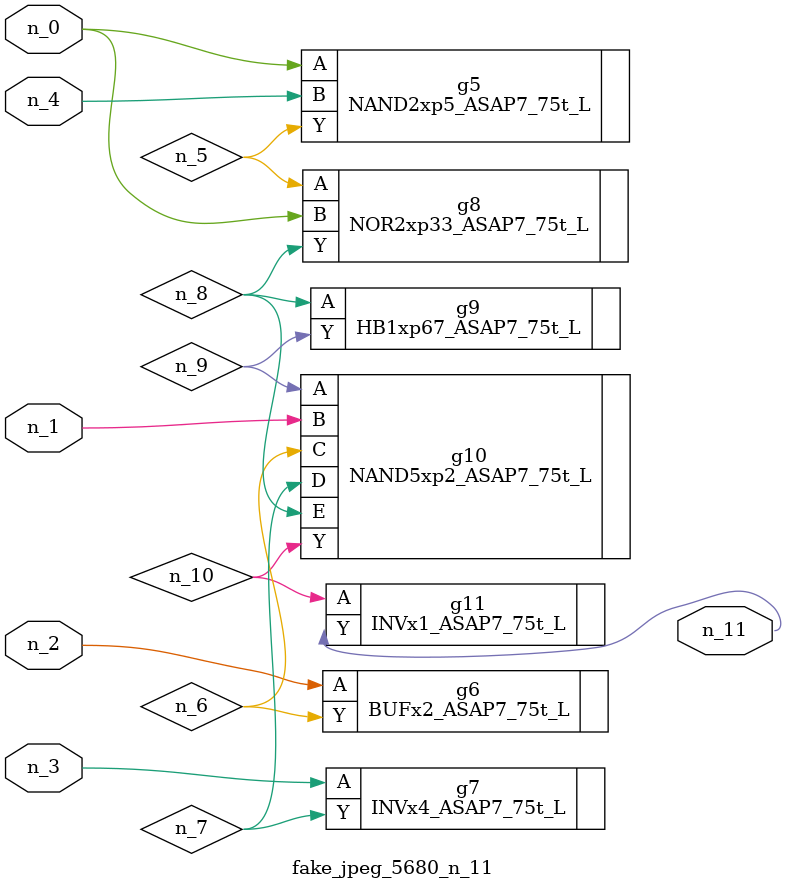
<source format=v>
module fake_jpeg_5680_n_11 (n_3, n_2, n_1, n_0, n_4, n_11);

input n_3;
input n_2;
input n_1;
input n_0;
input n_4;

output n_11;

wire n_10;
wire n_8;
wire n_9;
wire n_6;
wire n_5;
wire n_7;

NAND2xp5_ASAP7_75t_L g5 ( 
.A(n_0),
.B(n_4),
.Y(n_5)
);

BUFx2_ASAP7_75t_L g6 ( 
.A(n_2),
.Y(n_6)
);

INVx4_ASAP7_75t_L g7 ( 
.A(n_3),
.Y(n_7)
);

NOR2xp33_ASAP7_75t_L g8 ( 
.A(n_5),
.B(n_0),
.Y(n_8)
);

HB1xp67_ASAP7_75t_L g9 ( 
.A(n_8),
.Y(n_9)
);

NAND5xp2_ASAP7_75t_L g10 ( 
.A(n_9),
.B(n_1),
.C(n_6),
.D(n_7),
.E(n_8),
.Y(n_10)
);

INVx1_ASAP7_75t_L g11 ( 
.A(n_10),
.Y(n_11)
);


endmodule
</source>
